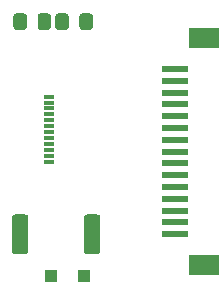
<source format=gbr>
%TF.GenerationSoftware,KiCad,Pcbnew,(5.1.7)-1*%
%TF.CreationDate,2021-02-12T20:28:04+00:00*%
%TF.ProjectId,Small Camera Adapter,536d616c-6c20-4436-916d-657261204164,rev?*%
%TF.SameCoordinates,Original*%
%TF.FileFunction,Paste,Top*%
%TF.FilePolarity,Positive*%
%FSLAX46Y46*%
G04 Gerber Fmt 4.6, Leading zero omitted, Abs format (unit mm)*
G04 Created by KiCad (PCBNEW (5.1.7)-1) date 2021-02-12 20:28:04*
%MOMM*%
%LPD*%
G01*
G04 APERTURE LIST*
%ADD10R,2.200000X0.600000*%
%ADD11R,2.600000X1.800000*%
%ADD12R,1.100000X1.100000*%
%ADD13R,0.900000X0.300000*%
G04 APERTURE END LIST*
D10*
%TO.C,J1*%
X171100000Y-66000000D03*
X171100000Y-67000000D03*
X171100000Y-65000000D03*
X171100000Y-68000000D03*
D11*
X173500000Y-53400000D03*
X173500000Y-72600000D03*
D10*
X171100000Y-69000000D03*
X171100000Y-70000000D03*
X171100000Y-64000000D03*
X171100000Y-63000000D03*
X171100000Y-62000000D03*
X171100000Y-61000000D03*
X171100000Y-60000000D03*
X171100000Y-59000000D03*
X171100000Y-58000000D03*
X171100000Y-57000000D03*
X171100000Y-56000000D03*
%TD*%
%TO.C,D1*%
G36*
G01*
X164125000Y-51549999D02*
X164125000Y-52450001D01*
G75*
G02*
X163875001Y-52700000I-249999J0D01*
G01*
X163224999Y-52700000D01*
G75*
G02*
X162975000Y-52450001I0J249999D01*
G01*
X162975000Y-51549999D01*
G75*
G02*
X163224999Y-51300000I249999J0D01*
G01*
X163875001Y-51300000D01*
G75*
G02*
X164125000Y-51549999I0J-249999D01*
G01*
G37*
G36*
G01*
X162075000Y-51549999D02*
X162075000Y-52450001D01*
G75*
G02*
X161825001Y-52700000I-249999J0D01*
G01*
X161174999Y-52700000D01*
G75*
G02*
X160925000Y-52450001I0J249999D01*
G01*
X160925000Y-51549999D01*
G75*
G02*
X161174999Y-51300000I249999J0D01*
G01*
X161825001Y-51300000D01*
G75*
G02*
X162075000Y-51549999I0J-249999D01*
G01*
G37*
%TD*%
D12*
%TO.C,D2*%
X163400000Y-73500000D03*
X160600000Y-73500000D03*
%TD*%
%TO.C,R1*%
G36*
G01*
X164750000Y-68574999D02*
X164750000Y-71425001D01*
G75*
G02*
X164500001Y-71675000I-249999J0D01*
G01*
X163599999Y-71675000D01*
G75*
G02*
X163350000Y-71425001I0J249999D01*
G01*
X163350000Y-68574999D01*
G75*
G02*
X163599999Y-68325000I249999J0D01*
G01*
X164500001Y-68325000D01*
G75*
G02*
X164750000Y-68574999I0J-249999D01*
G01*
G37*
G36*
G01*
X158650000Y-68574999D02*
X158650000Y-71425001D01*
G75*
G02*
X158400001Y-71675000I-249999J0D01*
G01*
X157499999Y-71675000D01*
G75*
G02*
X157250000Y-71425001I0J249999D01*
G01*
X157250000Y-68574999D01*
G75*
G02*
X157499999Y-68325000I249999J0D01*
G01*
X158400001Y-68325000D01*
G75*
G02*
X158650000Y-68574999I0J-249999D01*
G01*
G37*
%TD*%
%TO.C,R2*%
G36*
G01*
X157375000Y-52450001D02*
X157375000Y-51549999D01*
G75*
G02*
X157624999Y-51300000I249999J0D01*
G01*
X158275001Y-51300000D01*
G75*
G02*
X158525000Y-51549999I0J-249999D01*
G01*
X158525000Y-52450001D01*
G75*
G02*
X158275001Y-52700000I-249999J0D01*
G01*
X157624999Y-52700000D01*
G75*
G02*
X157375000Y-52450001I0J249999D01*
G01*
G37*
G36*
G01*
X159425000Y-52450001D02*
X159425000Y-51549999D01*
G75*
G02*
X159674999Y-51300000I249999J0D01*
G01*
X160325001Y-51300000D01*
G75*
G02*
X160575000Y-51549999I0J-249999D01*
G01*
X160575000Y-52450001D01*
G75*
G02*
X160325001Y-52700000I-249999J0D01*
G01*
X159674999Y-52700000D01*
G75*
G02*
X159425000Y-52450001I0J249999D01*
G01*
G37*
%TD*%
D13*
%TO.C,J2*%
X160385000Y-63850000D03*
X160385000Y-63350000D03*
X160385000Y-62850000D03*
X160385000Y-62350000D03*
X160385000Y-61850000D03*
X160385000Y-61350000D03*
X160385000Y-60850000D03*
X160385000Y-60350000D03*
X160385000Y-59850000D03*
X160385000Y-59350000D03*
X160385000Y-58850000D03*
X160385000Y-58350000D03*
%TD*%
M02*

</source>
